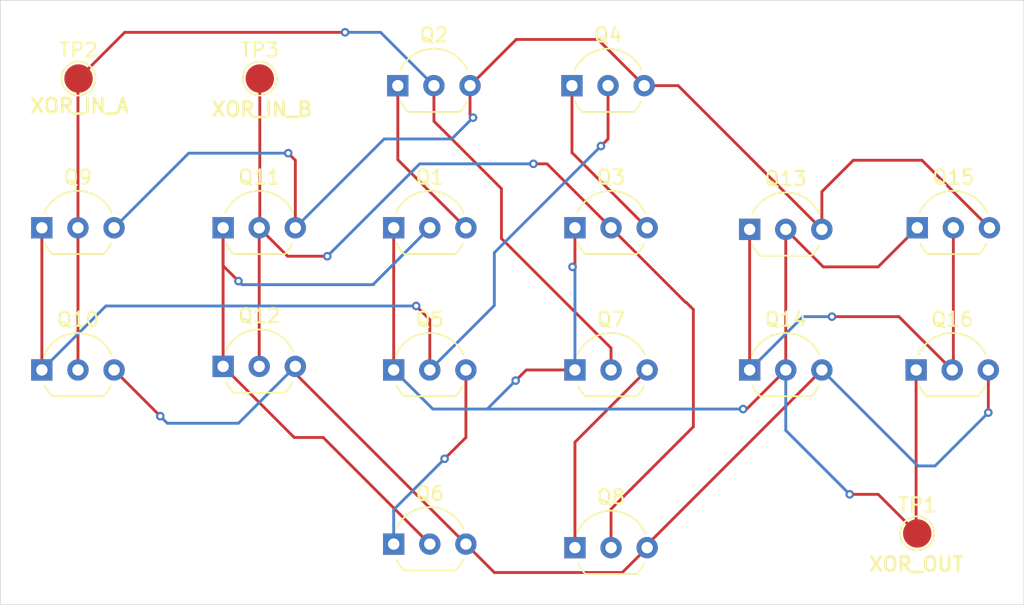
<source format=kicad_pcb>
(kicad_pcb (version 20241229) (generator "pcbnew") (generator_version "9.0")
  (layers (0 "F.Cu" signal) (2 "B.Cu" signal) (13 "F.Paste" user) (15 "B.Paste" user) (5 "F.SilkS" user "F.Silkscreen") (7 "B.SilkS" user "B.Silkscreen") (1 "F.Mask" user) (3 "B.Mask" user) (25 "Edge.Cuts" user))
  (net 0 "")
  (net 1 "/XOR_OUT")
  (net 2 "Net-(Q1-G)")
  (net 3 "Net-(Q1-S)")
  (net 4 "/XOR_IN_A")
  (net 5 "VCC")
  (net 6 "Net-(Q3-S)")
  (net 7 "/XOR_IN_B")
  (net 8 "Net-(Q10-D)")
  (net 9 "Net-(Q5-S)")
  (net 10 "GND")
  (net 11 "Net-(Q7-S)")
  (net 12 "Net-(Q13-D)")
  (footprint "Package_TO_SOT_THT:TO-92_Inline_Wide" (layer "F.Cu") (at 125.92 77.5)
    (property "Reference" "Q6" (at 2.54 -3.56 0) (layer "F.SilkS"))
    (property "Value" "NMOS")
    (fp_line (start 0.74 1.85) (end 4.34 1.85) (stroke (width 0.12)) (layer "F.SilkS"))
    (fp_arc (start 0.1836 -1.098807) (mid 1.143021 -2.192817) (end 2.54 -2.6) (stroke (width 0.12)) (layer "F.SilkS"))
    (fp_arc (start 0.74 1.85) (mid 0.446097 1.509328) (end 0.215816 1.122795) (stroke (width 0.12)) (layer "F.SilkS"))
    (fp_arc (start 2.54 -2.6) (mid 3.936979 -2.192818) (end 4.8964 -1.098807) (stroke (width 0.12)) (layer "F.SilkS"))
    (fp_arc (start 4.864184 1.122795) (mid 4.633903 1.509328) (end 4.34 1.85) (stroke (width 0.12)) (layer "F.SilkS"))
    (pad "1" thru_hole rect (at 0 0) (size 1.5 1.5) (drill 0.8) (layers "*.Cu" "*.Mask") (net 9 "Net-(Q5-S)"))
    (pad "2" thru_hole circle (at 2.54 0) (size 1.5 1.5) (drill 0.8) (layers "*.Cu" "*.Mask") (net 2 "Net-(Q1-G)"))
    (pad "3" thru_hole circle (at 5.08 0) (size 1.5 1.5) (drill 0.8) (layers "*.Cu" "*.Mask") (net 10 "GND"))
  )
  (footprint "Package_TO_SOT_THT:TO-92_Inline_Wide" (layer "F.Cu") (at 101.17 65.25)
    (property "Reference" "Q10" (at 2.54 -3.56 0) (layer "F.SilkS"))
    (property "Value" "NMOS")
    (fp_line (start 0.74 1.85) (end 4.34 1.85) (stroke (width 0.12)) (layer "F.SilkS"))
    (fp_arc (start 0.1836 -1.098807) (mid 1.143021 -2.192817) (end 2.54 -2.6) (stroke (width 0.12)) (layer "F.SilkS"))
    (fp_arc (start 0.74 1.85) (mid 0.446097 1.509328) (end 0.215816 1.122795) (stroke (width 0.12)) (layer "F.SilkS"))
    (fp_arc (start 2.54 -2.6) (mid 3.936979 -2.192818) (end 4.8964 -1.098807) (stroke (width 0.12)) (layer "F.SilkS"))
    (fp_arc (start 4.864184 1.122795) (mid 4.633903 1.509328) (end 4.34 1.85) (stroke (width 0.12)) (layer "F.SilkS"))
    (pad "1" thru_hole rect (at 0 0) (size 1.5 1.5) (drill 0.8) (layers "*.Cu" "*.Mask") (net 8 "Net-(Q10-D)"))
    (pad "2" thru_hole circle (at 2.54 0) (size 1.5 1.5) (drill 0.8) (layers "*.Cu" "*.Mask") (net 4 "/XOR_IN_A"))
    (pad "3" thru_hole circle (at 5.08 0) (size 1.5 1.5) (drill 0.8) (layers "*.Cu" "*.Mask") (net 10 "GND"))
  )
  (footprint "TestPoint:TestPoint_Pad_D2.0mm" (layer "F.Cu") (at 103.75 44.75)
    (property "Reference" "TP2" (at 0 -1.998 0) (layer "F.SilkS"))
    (property "Value" "XOR_IN_A")
    (fp_circle (center 0 0) (end 0 1.2) (stroke (width 0.12)) (fill no) (layer "F.SilkS"))
    (pad "1" smd circle (at 0 0) (size 2 2) (layers "F.Cu" "F.Mask") (net 4 "/XOR_IN_A"))
  )
  (footprint "Package_TO_SOT_THT:TO-92_Inline_Wide" (layer "F.Cu") (at 162.67 65.25)
    (property "Reference" "Q16" (at 2.54 -3.56 0) (layer "F.SilkS"))
    (property "Value" "NMOS")
    (fp_line (start 0.74 1.85) (end 4.34 1.85) (stroke (width 0.12)) (layer "F.SilkS"))
    (fp_arc (start 0.1836 -1.098807) (mid 1.143021 -2.192817) (end 2.54 -2.6) (stroke (width 0.12)) (layer "F.SilkS"))
    (fp_arc (start 0.74 1.85) (mid 0.446097 1.509328) (end 0.215816 1.122795) (stroke (width 0.12)) (layer "F.SilkS"))
    (fp_arc (start 2.54 -2.6) (mid 3.936979 -2.192818) (end 4.8964 -1.098807) (stroke (width 0.12)) (layer "F.SilkS"))
    (fp_arc (start 4.864184 1.122795) (mid 4.633903 1.509328) (end 4.34 1.85) (stroke (width 0.12)) (layer "F.SilkS"))
    (pad "1" thru_hole rect (at 0 0) (size 1.5 1.5) (drill 0.8) (layers "*.Cu" "*.Mask") (net 1 "/XOR_OUT"))
    (pad "2" thru_hole circle (at 2.54 0) (size 1.5 1.5) (drill 0.8) (layers "*.Cu" "*.Mask") (net 12 "Net-(Q13-D)"))
    (pad "3" thru_hole circle (at 5.08 0) (size 1.5 1.5) (drill 0.8) (layers "*.Cu" "*.Mask") (net 10 "GND"))
  )
  (footprint "TestPoint:TestPoint_Pad_D2.0mm" (layer "F.Cu") (at 162.75 76.75)
    (property "Reference" "TP1" (at 0 -1.998 0) (layer "F.SilkS"))
    (property "Value" "XOR_OUT")
    (fp_circle (center 0 0) (end 0 1.2) (stroke (width 0.12)) (fill no) (layer "F.SilkS"))
    (pad "1" smd circle (at 0 0) (size 2 2) (layers "F.Cu" "F.Mask") (net 1 "/XOR_OUT"))
  )
  (footprint "Package_TO_SOT_THT:TO-92_Inline_Wide" (layer "F.Cu") (at 150.96 65.25)
    (property "Reference" "Q14" (at 2.54 -3.56 0) (layer "F.SilkS"))
    (property "Value" "NMOS")
    (fp_line (start 0.74 1.85) (end 4.34 1.85) (stroke (width 0.12)) (layer "F.SilkS"))
    (fp_arc (start 0.1836 -1.098807) (mid 1.143021 -2.192817) (end 2.54 -2.6) (stroke (width 0.12)) (layer "F.SilkS"))
    (fp_arc (start 0.74 1.85) (mid 0.446097 1.509328) (end 0.215816 1.122795) (stroke (width 0.12)) (layer "F.SilkS"))
    (fp_arc (start 2.54 -2.6) (mid 3.936979 -2.192818) (end 4.8964 -1.098807) (stroke (width 0.12)) (layer "F.SilkS"))
    (fp_arc (start 4.864184 1.122795) (mid 4.633903 1.509328) (end 4.34 1.85) (stroke (width 0.12)) (layer "F.SilkS"))
    (pad "1" thru_hole rect (at 0 0) (size 1.5 1.5) (drill 0.8) (layers "*.Cu" "*.Mask") (net 12 "Net-(Q13-D)"))
    (pad "2" thru_hole circle (at 2.54 0) (size 1.5 1.5) (drill 0.8) (layers "*.Cu" "*.Mask") (net 1 "/XOR_OUT"))
    (pad "3" thru_hole circle (at 5.08 0) (size 1.5 1.5) (drill 0.8) (layers "*.Cu" "*.Mask") (net 10 "GND"))
  )
  (footprint "Package_TO_SOT_THT:TO-92_Inline_Wide" (layer "F.Cu") (at 150.96 55.36)
    (property "Reference" "Q13" (at 2.54 -3.56 0) (layer "F.SilkS"))
    (property "Value" "PMOS")
    (fp_line (start 0.74 1.85) (end 4.34 1.85) (stroke (width 0.12)) (layer "F.SilkS"))
    (fp_arc (start 0.1836 -1.098807) (mid 1.143021 -2.192817) (end 2.54 -2.6) (stroke (width 0.12)) (layer "F.SilkS"))
    (fp_arc (start 0.74 1.85) (mid 0.446097 1.509328) (end 0.215816 1.122795) (stroke (width 0.12)) (layer "F.SilkS"))
    (fp_arc (start 2.54 -2.6) (mid 3.936979 -2.192818) (end 4.8964 -1.098807) (stroke (width 0.12)) (layer "F.SilkS"))
    (fp_arc (start 4.864184 1.122795) (mid 4.633903 1.509328) (end 4.34 1.85) (stroke (width 0.12)) (layer "F.SilkS"))
    (pad "1" thru_hole rect (at 0 0) (size 1.5 1.5) (drill 0.8) (layers "*.Cu" "*.Mask") (net 12 "Net-(Q13-D)"))
    (pad "2" thru_hole circle (at 2.54 0) (size 1.5 1.5) (drill 0.8) (layers "*.Cu" "*.Mask") (net 1 "/XOR_OUT"))
    (pad "3" thru_hole circle (at 5.08 0) (size 1.5 1.5) (drill 0.8) (layers "*.Cu" "*.Mask") (net 5 "VCC"))
  )
  (footprint "Package_TO_SOT_THT:TO-92_Inline_Wide" (layer "F.Cu") (at 162.75 55.25)
    (property "Reference" "Q15" (at 2.54 -3.56 0) (layer "F.SilkS"))
    (property "Value" "PMOS")
    (fp_line (start 0.74 1.85) (end 4.34 1.85) (stroke (width 0.12)) (layer "F.SilkS"))
    (fp_arc (start 0.1836 -1.098807) (mid 1.143021 -2.192817) (end 2.54 -2.6) (stroke (width 0.12)) (layer "F.SilkS"))
    (fp_arc (start 0.74 1.85) (mid 0.446097 1.509328) (end 0.215816 1.122795) (stroke (width 0.12)) (layer "F.SilkS"))
    (fp_arc (start 2.54 -2.6) (mid 3.936979 -2.192818) (end 4.8964 -1.098807) (stroke (width 0.12)) (layer "F.SilkS"))
    (fp_arc (start 4.864184 1.122795) (mid 4.633903 1.509328) (end 4.34 1.85) (stroke (width 0.12)) (layer "F.SilkS"))
    (pad "1" thru_hole rect (at 0 0) (size 1.5 1.5) (drill 0.8) (layers "*.Cu" "*.Mask") (net 1 "/XOR_OUT"))
    (pad "2" thru_hole circle (at 2.54 0) (size 1.5 1.5) (drill 0.8) (layers "*.Cu" "*.Mask") (net 12 "Net-(Q13-D)"))
    (pad "3" thru_hole circle (at 5.08 0) (size 1.5 1.5) (drill 0.8) (layers "*.Cu" "*.Mask") (net 5 "VCC"))
  )
  (footprint "Package_TO_SOT_THT:TO-92_Inline_Wide" (layer "F.Cu") (at 125.92 55.25)
    (property "Reference" "Q1" (at 2.54 -3.56 0) (layer "F.SilkS"))
    (property "Value" "PMOS")
    (fp_line (start 0.74 1.85) (end 4.34 1.85) (stroke (width 0.12)) (layer "F.SilkS"))
    (fp_arc (start 0.1836 -1.098807) (mid 1.143021 -2.192817) (end 2.54 -2.6) (stroke (width 0.12)) (layer "F.SilkS"))
    (fp_arc (start 0.74 1.85) (mid 0.446097 1.509328) (end 0.215816 1.122795) (stroke (width 0.12)) (layer "F.SilkS"))
    (fp_arc (start 2.54 -2.6) (mid 3.936979 -2.192818) (end 4.8964 -1.098807) (stroke (width 0.12)) (layer "F.SilkS"))
    (fp_arc (start 4.864184 1.122795) (mid 4.633903 1.509328) (end 4.34 1.85) (stroke (width 0.12)) (layer "F.SilkS"))
    (pad "1" thru_hole rect (at 0 0) (size 1.5 1.5) (drill 0.8) (layers "*.Cu" "*.Mask") (net 1 "/XOR_OUT"))
    (pad "2" thru_hole circle (at 2.54 0) (size 1.5 1.5) (drill 0.8) (layers "*.Cu" "*.Mask") (net 2 "Net-(Q1-G)"))
    (pad "3" thru_hole circle (at 5.08 0) (size 1.5 1.5) (drill 0.8) (layers "*.Cu" "*.Mask") (net 3 "Net-(Q1-S)"))
  )
  (footprint "Package_TO_SOT_THT:TO-92_Inline_Wide" (layer "F.Cu") (at 138.46 45.25)
    (property "Reference" "Q4" (at 2.54 -3.56 0) (layer "F.SilkS"))
    (property "Value" "PMOS")
    (fp_line (start 0.74 1.85) (end 4.34 1.85) (stroke (width 0.12)) (layer "F.SilkS"))
    (fp_arc (start 0.1836 -1.098807) (mid 1.143021 -2.192817) (end 2.54 -2.6) (stroke (width 0.12)) (layer "F.SilkS"))
    (fp_arc (start 0.74 1.85) (mid 0.446097 1.509328) (end 0.215816 1.122795) (stroke (width 0.12)) (layer "F.SilkS"))
    (fp_arc (start 2.54 -2.6) (mid 3.936979 -2.192818) (end 4.8964 -1.098807) (stroke (width 0.12)) (layer "F.SilkS"))
    (fp_arc (start 4.864184 1.122795) (mid 4.633903 1.509328) (end 4.34 1.85) (stroke (width 0.12)) (layer "F.SilkS"))
    (pad "1" thru_hole rect (at 0 0) (size 1.5 1.5) (drill 0.8) (layers "*.Cu" "*.Mask") (net 6 "Net-(Q3-S)"))
    (pad "2" thru_hole circle (at 2.54 0) (size 1.5 1.5) (drill 0.8) (layers "*.Cu" "*.Mask") (net 8 "Net-(Q10-D)"))
    (pad "3" thru_hole circle (at 5.08 0) (size 1.5 1.5) (drill 0.8) (layers "*.Cu" "*.Mask") (net 5 "VCC"))
  )
  (footprint "Package_TO_SOT_THT:TO-92_Inline_Wide" (layer "F.Cu") (at 113.92 65)
    (property "Reference" "Q12" (at 2.54 -3.56 0) (layer "F.SilkS"))
    (property "Value" "NMOS")
    (fp_line (start 0.74 1.85) (end 4.34 1.85) (stroke (width 0.12)) (layer "F.SilkS"))
    (fp_arc (start 0.1836 -1.098807) (mid 1.143021 -2.192817) (end 2.54 -2.6) (stroke (width 0.12)) (layer "F.SilkS"))
    (fp_arc (start 0.74 1.85) (mid 0.446097 1.509328) (end 0.215816 1.122795) (stroke (width 0.12)) (layer "F.SilkS"))
    (fp_arc (start 2.54 -2.6) (mid 3.936979 -2.192818) (end 4.8964 -1.098807) (stroke (width 0.12)) (layer "F.SilkS"))
    (fp_arc (start 4.864184 1.122795) (mid 4.633903 1.509328) (end 4.34 1.85) (stroke (width 0.12)) (layer "F.SilkS"))
    (pad "1" thru_hole rect (at 0 0) (size 1.5 1.5) (drill 0.8) (layers "*.Cu" "*.Mask") (net 2 "Net-(Q1-G)"))
    (pad "2" thru_hole circle (at 2.54 0) (size 1.5 1.5) (drill 0.8) (layers "*.Cu" "*.Mask") (net 7 "/XOR_IN_B"))
    (pad "3" thru_hole circle (at 5.08 0) (size 1.5 1.5) (drill 0.8) (layers "*.Cu" "*.Mask") (net 10 "GND"))
  )
  (footprint "Package_TO_SOT_THT:TO-92_Inline_Wide" (layer "F.Cu") (at 138.67 65.25)
    (property "Reference" "Q7" (at 2.54 -3.56 0) (layer "F.SilkS"))
    (property "Value" "NMOS")
    (fp_line (start 0.74 1.85) (end 4.34 1.85) (stroke (width 0.12)) (layer "F.SilkS"))
    (fp_arc (start 0.1836 -1.098807) (mid 1.143021 -2.192817) (end 2.54 -2.6) (stroke (width 0.12)) (layer "F.SilkS"))
    (fp_arc (start 0.74 1.85) (mid 0.446097 1.509328) (end 0.215816 1.122795) (stroke (width 0.12)) (layer "F.SilkS"))
    (fp_arc (start 2.54 -2.6) (mid 3.936979 -2.192818) (end 4.8964 -1.098807) (stroke (width 0.12)) (layer "F.SilkS"))
    (fp_arc (start 4.864184 1.122795) (mid 4.633903 1.509328) (end 4.34 1.85) (stroke (width 0.12)) (layer "F.SilkS"))
    (pad "1" thru_hole rect (at 0 0) (size 1.5 1.5) (drill 0.8) (layers "*.Cu" "*.Mask") (net 1 "/XOR_OUT"))
    (pad "2" thru_hole circle (at 2.54 0) (size 1.5 1.5) (drill 0.8) (layers "*.Cu" "*.Mask") (net 4 "/XOR_IN_A"))
    (pad "3" thru_hole circle (at 5.08 0) (size 1.5 1.5) (drill 0.8) (layers "*.Cu" "*.Mask") (net 11 "Net-(Q7-S)"))
  )
  (footprint "Package_TO_SOT_THT:TO-92_Inline_Wide" (layer "F.Cu") (at 125.92 65.25)
    (property "Reference" "Q5" (at 2.54 -3.56 0) (layer "F.SilkS"))
    (property "Value" "NMOS")
    (fp_line (start 0.74 1.85) (end 4.34 1.85) (stroke (width 0.12)) (layer "F.SilkS"))
    (fp_arc (start 0.1836 -1.098807) (mid 1.143021 -2.192817) (end 2.54 -2.6) (stroke (width 0.12)) (layer "F.SilkS"))
    (fp_arc (start 0.74 1.85) (mid 0.446097 1.509328) (end 0.215816 1.122795) (stroke (width 0.12)) (layer "F.SilkS"))
    (fp_arc (start 2.54 -2.6) (mid 3.936979 -2.192818) (end 4.8964 -1.098807) (stroke (width 0.12)) (layer "F.SilkS"))
    (fp_arc (start 4.864184 1.122795) (mid 4.633903 1.509328) (end 4.34 1.85) (stroke (width 0.12)) (layer "F.SilkS"))
    (pad "1" thru_hole rect (at 0 0) (size 1.5 1.5) (drill 0.8) (layers "*.Cu" "*.Mask") (net 1 "/XOR_OUT"))
    (pad "2" thru_hole circle (at 2.54 0) (size 1.5 1.5) (drill 0.8) (layers "*.Cu" "*.Mask") (net 8 "Net-(Q10-D)"))
    (pad "3" thru_hole circle (at 5.08 0) (size 1.5 1.5) (drill 0.8) (layers "*.Cu" "*.Mask") (net 9 "Net-(Q5-S)"))
  )
  (footprint "Package_TO_SOT_THT:TO-92_Inline_Wide" (layer "F.Cu") (at 126.21 45.25)
    (property "Reference" "Q2" (at 2.54 -3.56 0) (layer "F.SilkS"))
    (property "Value" "PMOS")
    (fp_line (start 0.74 1.85) (end 4.34 1.85) (stroke (width 0.12)) (layer "F.SilkS"))
    (fp_arc (start 0.1836 -1.098807) (mid 1.143021 -2.192817) (end 2.54 -2.6) (stroke (width 0.12)) (layer "F.SilkS"))
    (fp_arc (start 0.74 1.85) (mid 0.446097 1.509328) (end 0.215816 1.122795) (stroke (width 0.12)) (layer "F.SilkS"))
    (fp_arc (start 2.54 -2.6) (mid 3.936979 -2.192818) (end 4.8964 -1.098807) (stroke (width 0.12)) (layer "F.SilkS"))
    (fp_arc (start 4.864184 1.122795) (mid 4.633903 1.509328) (end 4.34 1.85) (stroke (width 0.12)) (layer "F.SilkS"))
    (pad "1" thru_hole rect (at 0 0) (size 1.5 1.5) (drill 0.8) (layers "*.Cu" "*.Mask") (net 3 "Net-(Q1-S)"))
    (pad "2" thru_hole circle (at 2.54 0) (size 1.5 1.5) (drill 0.8) (layers "*.Cu" "*.Mask") (net 4 "/XOR_IN_A"))
    (pad "3" thru_hole circle (at 5.08 0) (size 1.5 1.5) (drill 0.8) (layers "*.Cu" "*.Mask") (net 5 "VCC"))
  )
  (footprint "Package_TO_SOT_THT:TO-92_Inline_Wide" (layer "F.Cu") (at 138.67 77.75)
    (property "Reference" "Q8" (at 2.54 -3.56 0) (layer "F.SilkS"))
    (property "Value" "NMOS")
    (fp_line (start 0.74 1.85) (end 4.34 1.85) (stroke (width 0.12)) (layer "F.SilkS"))
    (fp_arc (start 0.1836 -1.098807) (mid 1.143021 -2.192817) (end 2.54 -2.6) (stroke (width 0.12)) (layer "F.SilkS"))
    (fp_arc (start 0.74 1.85) (mid 0.446097 1.509328) (end 0.215816 1.122795) (stroke (width 0.12)) (layer "F.SilkS"))
    (fp_arc (start 2.54 -2.6) (mid 3.936979 -2.192818) (end 4.8964 -1.098807) (stroke (width 0.12)) (layer "F.SilkS"))
    (fp_arc (start 4.864184 1.122795) (mid 4.633903 1.509328) (end 4.34 1.85) (stroke (width 0.12)) (layer "F.SilkS"))
    (pad "1" thru_hole rect (at 0 0) (size 1.5 1.5) (drill 0.8) (layers "*.Cu" "*.Mask") (net 11 "Net-(Q7-S)"))
    (pad "2" thru_hole circle (at 2.54 0) (size 1.5 1.5) (drill 0.8) (layers "*.Cu" "*.Mask") (net 7 "/XOR_IN_B"))
    (pad "3" thru_hole circle (at 5.08 0) (size 1.5 1.5) (drill 0.8) (layers "*.Cu" "*.Mask") (net 10 "GND"))
  )
  (footprint "Package_TO_SOT_THT:TO-92_Inline_Wide" (layer "F.Cu") (at 113.92 55.25)
    (property "Reference" "Q11" (at 2.54 -3.56 0) (layer "F.SilkS"))
    (property "Value" "PMOS")
    (fp_line (start 0.74 1.85) (end 4.34 1.85) (stroke (width 0.12)) (layer "F.SilkS"))
    (fp_arc (start 0.1836 -1.098807) (mid 1.143021 -2.192817) (end 2.54 -2.6) (stroke (width 0.12)) (layer "F.SilkS"))
    (fp_arc (start 0.74 1.85) (mid 0.446097 1.509328) (end 0.215816 1.122795) (stroke (width 0.12)) (layer "F.SilkS"))
    (fp_arc (start 2.54 -2.6) (mid 3.936979 -2.192818) (end 4.8964 -1.098807) (stroke (width 0.12)) (layer "F.SilkS"))
    (fp_arc (start 4.864184 1.122795) (mid 4.633903 1.509328) (end 4.34 1.85) (stroke (width 0.12)) (layer "F.SilkS"))
    (pad "1" thru_hole rect (at 0 0) (size 1.5 1.5) (drill 0.8) (layers "*.Cu" "*.Mask") (net 2 "Net-(Q1-G)"))
    (pad "2" thru_hole circle (at 2.54 0) (size 1.5 1.5) (drill 0.8) (layers "*.Cu" "*.Mask") (net 7 "/XOR_IN_B"))
    (pad "3" thru_hole circle (at 5.08 0) (size 1.5 1.5) (drill 0.8) (layers "*.Cu" "*.Mask") (net 5 "VCC"))
  )
  (footprint "Package_TO_SOT_THT:TO-92_Inline_Wide" (layer "F.Cu") (at 138.67 55.25)
    (property "Reference" "Q3" (at 2.54 -3.56 0) (layer "F.SilkS"))
    (property "Value" "PMOS")
    (fp_line (start 0.74 1.85) (end 4.34 1.85) (stroke (width 0.12)) (layer "F.SilkS"))
    (fp_arc (start 0.1836 -1.098807) (mid 1.143021 -2.192817) (end 2.54 -2.6) (stroke (width 0.12)) (layer "F.SilkS"))
    (fp_arc (start 0.74 1.85) (mid 0.446097 1.509328) (end 0.215816 1.122795) (stroke (width 0.12)) (layer "F.SilkS"))
    (fp_arc (start 2.54 -2.6) (mid 3.936979 -2.192818) (end 4.8964 -1.098807) (stroke (width 0.12)) (layer "F.SilkS"))
    (fp_arc (start 4.864184 1.122795) (mid 4.633903 1.509328) (end 4.34 1.85) (stroke (width 0.12)) (layer "F.SilkS"))
    (pad "1" thru_hole rect (at 0 0) (size 1.5 1.5) (drill 0.8) (layers "*.Cu" "*.Mask") (net 1 "/XOR_OUT"))
    (pad "2" thru_hole circle (at 2.54 0) (size 1.5 1.5) (drill 0.8) (layers "*.Cu" "*.Mask") (net 7 "/XOR_IN_B"))
    (pad "3" thru_hole circle (at 5.08 0) (size 1.5 1.5) (drill 0.8) (layers "*.Cu" "*.Mask") (net 6 "Net-(Q3-S)"))
  )
  (footprint "Package_TO_SOT_THT:TO-92_Inline_Wide" (layer "F.Cu") (at 101.17 55.25)
    (property "Reference" "Q9" (at 2.54 -3.56 0) (layer "F.SilkS"))
    (property "Value" "PMOS")
    (fp_line (start 0.74 1.85) (end 4.34 1.85) (stroke (width 0.12)) (layer "F.SilkS"))
    (fp_arc (start 0.1836 -1.098807) (mid 1.143021 -2.192817) (end 2.54 -2.6) (stroke (width 0.12)) (layer "F.SilkS"))
    (fp_arc (start 0.74 1.85) (mid 0.446097 1.509328) (end 0.215816 1.122795) (stroke (width 0.12)) (layer "F.SilkS"))
    (fp_arc (start 2.54 -2.6) (mid 3.936979 -2.192818) (end 4.8964 -1.098807) (stroke (width 0.12)) (layer "F.SilkS"))
    (fp_arc (start 4.864184 1.122795) (mid 4.633903 1.509328) (end 4.34 1.85) (stroke (width 0.12)) (layer "F.SilkS"))
    (pad "1" thru_hole rect (at 0 0) (size 1.5 1.5) (drill 0.8) (layers "*.Cu" "*.Mask") (net 8 "Net-(Q10-D)"))
    (pad "2" thru_hole circle (at 2.54 0) (size 1.5 1.5) (drill 0.8) (layers "*.Cu" "*.Mask") (net 4 "/XOR_IN_A"))
    (pad "3" thru_hole circle (at 5.08 0) (size 1.5 1.5) (drill 0.8) (layers "*.Cu" "*.Mask") (net 5 "VCC"))
  )
  (footprint "TestPoint:TestPoint_Pad_D2.0mm" (layer "F.Cu") (at 116.5 44.75)
    (property "Reference" "TP3" (at 0 -1.998 0) (layer "F.SilkS"))
    (property "Value" "XOR_IN_B")
    (fp_circle (center 0 0) (end 0 1.2) (stroke (width 0.12)) (fill no) (layer "F.SilkS"))
    (pad "1" smd circle (at 0 0) (size 2 2) (layers "F.Cu" "F.Mask") (net 7 "/XOR_IN_B"))
  )
  (gr_rect (start 98.25 39.25) (end 170.25 81.75) (stroke (width 0.05)) (fill no) (layer "Edge.Cuts"))
  (gr_text "XOR_OUT" (at 159.25 79.5 0) (layer "F.SilkS") (effects (font (size 1 1) (thickness 0.1875)) (justify left bottom)))
  (gr_text "XOR_IN_A" (at 100.25 47.25 0) (layer "F.SilkS") (effects (font (size 1 1) (thickness 0.1875)) (justify left bottom)))
  (gr_text "XOR_IN_B" (at 113 47.5 0) (layer "F.SilkS") (effects (font (size 1 1) (thickness 0.1875)) (justify left bottom)))
  (segment (start 162.75 76.75) (end 160 74) (width 0.2) (layer "F.Cu") (net 1))
  (segment (start 125.92 65.25) (end 125.92 55.25) (width 0.2) (layer "F.Cu") (net 1))
  (segment (start 153.5 65.25) (end 150.75 68) (width 0.2) (layer "F.Cu") (net 1))
  (segment (start 156.14 58) (end 153.5 55.36) (width 0.2) (layer "F.Cu") (net 1))
  (segment (start 138.67 57.83) (end 138.5 58) (width 0.2) (layer "F.Cu") (net 1))
  (segment (start 150.75 68) (end 150.5 68) (width 0.2) (layer "F.Cu") (net 1))
  (segment (start 162.67 65.25) (end 162.67 76.67) (width 0.2) (layer "F.Cu") (net 1))
  (segment (start 160 74) (end 158 74) (width 0.2) (layer "F.Cu") (net 1))
  (segment (start 153.5 55.36) (end 153.5 65.25) (width 0.2) (layer "F.Cu") (net 1))
  (segment (start 138.67 65.25) (end 135.25 65.25) (width 0.2) (layer "F.Cu") (net 1))
  (segment (start 162.75 55.25) (end 160 58) (width 0.2) (layer "F.Cu") (net 1))
  (segment (start 160 58) (end 156.14 58) (width 0.2) (layer "F.Cu") (net 1))
  (segment (start 135.25 65.25) (end 134.5 66) (width 0.2) (layer "F.Cu") (net 1))
  (segment (start 138.67 55.25) (end 138.67 57.83) (width 0.2) (layer "F.Cu") (net 1))
  (segment (start 162.67 76.67) (end 162.75 76.75) (width 0.2) (layer "F.Cu") (net 1))
  (via (at 158 74) (size 0.6) (drill 0.3) (layers "F.Cu" "B.Cu") (net 1))
  (via (at 134.5 66) (size 0.6) (drill 0.3) (layers "F.Cu" "B.Cu") (net 1))
  (via (at 138.5 58) (size 0.6) (drill 0.3) (layers "F.Cu" "B.Cu") (net 1))
  (via (at 150.5 68) (size 0.6) (drill 0.3) (layers "F.Cu" "B.Cu") (net 1))
  (segment (start 134.5 66) (end 132.5 68) (width 0.2) (layer "B.Cu") (net 1))
  (segment (start 158 74) (end 153.5 69.5) (width 0.2) (layer "B.Cu") (net 1))
  (segment (start 153.5 69.5) (end 153.5 65.25) (width 0.2) (layer "B.Cu") (net 1))
  (segment (start 132.5 68) (end 128.67 68) (width 0.2) (layer "B.Cu") (net 1))
  (segment (start 138.67 58.17) (end 138.67 65.25) (width 0.2) (layer "B.Cu") (net 1))
  (segment (start 150.5 68) (end 132.5 68) (width 0.2) (layer "B.Cu") (net 1))
  (segment (start 138.5 58) (end 138.67 58.17) (width 0.2) (layer "B.Cu") (net 1))
  (segment (start 128.67 68) (end 125.92 65.25) (width 0.2) (layer "B.Cu") (net 1))
  (segment (start 118.92 70) (end 113.92 65) (width 0.2) (layer "F.Cu") (net 2))
  (segment (start 113.92 55.25) (end 113.92 57.92) (width 0.2) (layer "F.Cu") (net 2))
  (segment (start 120.96 70) (end 118.92 70) (width 0.2) (layer "F.Cu") (net 2))
  (segment (start 113.92 57.92) (end 115 59) (width 0.2) (layer "F.Cu") (net 2))
  (segment (start 128.46 77.5) (end 120.96 70) (width 0.2) (layer "F.Cu") (net 2))
  (segment (start 113.92 55.25) (end 113.92 65) (width 0.2) (layer "F.Cu") (net 2))
  (via (at 115 59) (size 0.6) (drill 0.3) (layers "F.Cu" "B.Cu") (net 2))
  (segment (start 124.5 59.25) (end 124.5 59.21) (width 0.2) (layer "B.Cu") (net 2))
  (segment (start 124.5 59.21) (end 128.46 55.25) (width 0.2) (layer "B.Cu") (net 2))
  (segment (start 115.25 59.25) (end 124.5 59.25) (width 0.2) (layer "B.Cu") (net 2))
  (segment (start 115 59) (end 115.25 59.25) (width 0.2) (layer "B.Cu") (net 2))
  (segment (start 126.21 45.25) (end 126.21 50.46) (width 0.2) (layer "F.Cu") (net 3))
  (segment (start 126.21 50.46) (end 131 55.25) (width 0.2) (layer "F.Cu") (net 3))
  (segment (start 128.75 45.25) (end 128.75 47.75) (width 0.2) (layer "F.Cu") (net 4))
  (segment (start 107 41.5) (end 122.5 41.5) (width 0.2) (layer "F.Cu") (net 4))
  (segment (start 103.71 44.79) (end 103.75 44.75) (width 0.2) (layer "F.Cu") (net 4))
  (segment (start 133.5 56) (end 141.21 63.71) (width 0.2) (layer "F.Cu") (net 4))
  (segment (start 103.71 55.25) (end 103.71 44.79) (width 0.2) (layer "F.Cu") (net 4))
  (segment (start 128.75 47.75) (end 133.5 52.5) (width 0.2) (layer "F.Cu") (net 4))
  (segment (start 133.5 52.5) (end 133.5 56) (width 0.2) (layer "F.Cu") (net 4))
  (segment (start 103.71 65.25) (end 103.71 55.25) (width 0.2) (layer "F.Cu") (net 4))
  (segment (start 103.75 44.75) (end 107 41.5) (width 0.2) (layer "F.Cu") (net 4))
  (segment (start 141.21 63.71) (end 141.21 65.25) (width 0.2) (layer "F.Cu") (net 4))
  (via (at 122.5 41.5) (size 0.6) (drill 0.3) (layers "F.Cu" "B.Cu") (net 4))
  (segment (start 122.5 41.5) (end 125 41.5) (width 0.2) (layer "B.Cu") (net 4))
  (segment (start 125 41.5) (end 128.75 45.25) (width 0.2) (layer "B.Cu") (net 4))
  (segment (start 119 50.5) (end 118.5 50) (width 0.2) (layer "F.Cu") (net 5))
  (segment (start 158.25 50.5) (end 163.08 50.5) (width 0.2) (layer "F.Cu") (net 5))
  (segment (start 140.29 42) (end 143.54 45.25) (width 0.2) (layer "F.Cu") (net 5))
  (segment (start 131.29 47.29) (end 131.5 47.5) (width 0.2) (layer "F.Cu") (net 5))
  (segment (start 163.08 50.5) (end 167.83 55.25) (width 0.2) (layer "F.Cu") (net 5))
  (segment (start 143.54 45.25) (end 145.93 45.25) (width 0.2) (layer "F.Cu") (net 5))
  (segment (start 156.04 52.71) (end 158.25 50.5) (width 0.2) (layer "F.Cu") (net 5))
  (segment (start 119 55.25) (end 119 50.5) (width 0.2) (layer "F.Cu") (net 5))
  (segment (start 145.93 45.25) (end 156.04 55.36) (width 0.2) (layer "F.Cu") (net 5))
  (segment (start 156.04 55.36) (end 156.04 52.71) (width 0.2) (layer "F.Cu") (net 5))
  (segment (start 131.29 45.25) (end 131.29 47.29) (width 0.2) (layer "F.Cu") (net 5))
  (segment (start 134.54 42) (end 140.29 42) (width 0.2) (layer "F.Cu") (net 5))
  (segment (start 131.29 45.25) (end 134.54 42) (width 0.2) (layer "F.Cu") (net 5))
  (via (at 118.5 50) (size 0.6) (drill 0.3) (layers "F.Cu" "B.Cu") (net 5))
  (via (at 131.5 47.5) (size 0.6) (drill 0.3) (layers "F.Cu" "B.Cu") (net 5))
  (segment (start 131.5 47.5) (end 130 49) (width 0.2) (layer "B.Cu") (net 5))
  (segment (start 130 49) (end 125.25 49) (width 0.2) (layer "B.Cu") (net 5))
  (segment (start 118.5 50) (end 111.5 50) (width 0.2) (layer "B.Cu") (net 5))
  (segment (start 125.25 49) (end 119 55.25) (width 0.2) (layer "B.Cu") (net 5))
  (segment (start 111.5 50) (end 106.25 55.25) (width 0.2) (layer "B.Cu") (net 5))
  (segment (start 138.46 49.96) (end 143.75 55.25) (width 0.2) (layer "F.Cu") (net 6))
  (segment (start 138.46 45.25) (end 138.46 49.96) (width 0.2) (layer "F.Cu") (net 6))
  (segment (start 146.5 60.5) (end 146.46 60.5) (width 0.2) (layer "F.Cu") (net 7))
  (segment (start 116.5 55.21) (end 116.46 55.25) (width 0.2) (layer "F.Cu") (net 7))
  (segment (start 118.46 57.25) (end 121.25 57.25) (width 0.2) (layer "F.Cu") (net 7))
  (segment (start 147 69.25) (end 147 61) (width 0.2) (layer "F.Cu") (net 7))
  (segment (start 136.71 50.75) (end 141.21 55.25) (width 0.2) (layer "F.Cu") (net 7))
  (segment (start 116.46 65) (end 116.46 55.25) (width 0.2) (layer "F.Cu") (net 7))
  (segment (start 141.21 77.75) (end 141.21 75.04) (width 0.2) (layer "F.Cu") (net 7))
  (segment (start 135.75 50.75) (end 136.71 50.75) (width 0.2) (layer "F.Cu") (net 7))
  (segment (start 116.5 44.75) (end 116.5 55.21) (width 0.2) (layer "F.Cu") (net 7))
  (segment (start 116.46 55.25) (end 118.46 57.25) (width 0.2) (layer "F.Cu") (net 7))
  (segment (start 146.46 60.5) (end 141.21 55.25) (width 0.2) (layer "F.Cu") (net 7))
  (segment (start 141.21 75.04) (end 147 69.25) (width 0.2) (layer "F.Cu") (net 7))
  (segment (start 147 61) (end 146.5 60.5) (width 0.2) (layer "F.Cu") (net 7))
  (via (at 135.75 50.75) (size 0.6) (drill 0.3) (layers "F.Cu" "B.Cu") (net 7))
  (via (at 121.25 57.25) (size 0.6) (drill 0.3) (layers "F.Cu" "B.Cu") (net 7))
  (segment (start 121.25 57.25) (end 127.75 50.75) (width 0.2) (layer "B.Cu") (net 7))
  (segment (start 127.75 50.75) (end 135.75 50.75) (width 0.2) (layer "B.Cu") (net 7))
  (segment (start 101.17 55.25) (end 101.17 65.25) (width 0.2) (layer "F.Cu") (net 8))
  (segment (start 141 49) (end 140.5 49.5) (width 0.2) (layer "F.Cu") (net 8))
  (segment (start 128.46 65.25) (end 128.46 61.71) (width 0.2) (layer "F.Cu") (net 8))
  (segment (start 128.46 61.71) (end 127.5 60.75) (width 0.2) (layer "F.Cu") (net 8))
  (segment (start 141 45.25) (end 141 49) (width 0.2) (layer "F.Cu") (net 8))
  (via (at 140.5 49.5) (size 0.6) (drill 0.3) (layers "F.Cu" "B.Cu") (net 8))
  (via (at 127.5 60.75) (size 0.6) (drill 0.3) (layers "F.Cu" "B.Cu") (net 8))
  (segment (start 133 57) (end 133 60.71) (width 0.2) (layer "B.Cu") (net 8))
  (segment (start 140.5 49.5) (end 133 57) (width 0.2) (layer "B.Cu") (net 8))
  (segment (start 127.5 60.75) (end 105.67 60.75) (width 0.2) (layer "B.Cu") (net 8))
  (segment (start 133 60.71) (end 128.46 65.25) (width 0.2) (layer "B.Cu") (net 8))
  (segment (start 105.67 60.75) (end 101.17 65.25) (width 0.2) (layer "B.Cu") (net 8))
  (segment (start 131 65.25) (end 131 70) (width 0.2) (layer "F.Cu") (net 9))
  (segment (start 131 70) (end 129.5 71.5) (width 0.2) (layer "F.Cu") (net 9))
  (via (at 129.5 71.5) (size 0.6) (drill 0.3) (layers "F.Cu" "B.Cu") (net 9))
  (segment (start 125.92 75.08) (end 125.92 77.5) (width 0.2) (layer "B.Cu") (net 9))
  (segment (start 129.5 71.5) (end 125.92 75.08) (width 0.2) (layer "B.Cu") (net 9))
  (segment (start 131 77.5) (end 133 79.5) (width 0.2) (layer "F.Cu") (net 10))
  (segment (start 142 79.5) (end 143.75 77.75) (width 0.2) (layer "F.Cu") (net 10))
  (segment (start 156.04 65.25) (end 143.75 77.54) (width 0.2) (layer "F.Cu") (net 10))
  (segment (start 119 65.5) (end 119 65) (width 0.2) (layer "F.Cu") (net 10))
  (segment (start 167.75 65.25) (end 167.75 68.25) (width 0.2) (layer "F.Cu") (net 10))
  (segment (start 143.75 77.54) (end 143.75 77.75) (width 0.2) (layer "F.Cu") (net 10))
  (segment (start 131 77.5) (end 119 65.5) (width 0.2) (layer "F.Cu") (net 10))
  (segment (start 133 79.5) (end 142 79.5) (width 0.2) (layer "F.Cu") (net 10))
  (segment (start 106.25 65.25) (end 109.5 68.5) (width 0.2) (layer "F.Cu") (net 10))
  (via (at 109.5 68.5) (size 0.6) (drill 0.3) (layers "F.Cu" "B.Cu") (net 10))
  (via (at 167.75 68.25) (size 0.6) (drill 0.3) (layers "F.Cu" "B.Cu") (net 10))
  (segment (start 164 72) (end 162.79 72) (width 0.2) (layer "B.Cu") (net 10))
  (segment (start 156.04 65.25) (end 162.79 72) (width 0.2) (layer "B.Cu") (net 10))
  (segment (start 109.5 68.5) (end 110 69) (width 0.2) (layer "B.Cu") (net 10))
  (segment (start 115 69) (end 119 65) (width 0.2) (layer "B.Cu") (net 10))
  (segment (start 110 69) (end 115 69) (width 0.2) (layer "B.Cu") (net 10))
  (segment (start 167.75 68.25) (end 164 72) (width 0.2) (layer "B.Cu") (net 10))
  (segment (start 138.67 77.75) (end 138.67 70.33) (width 0.2) (layer "F.Cu") (net 11))
  (segment (start 138.67 70.33) (end 143.75 65.25) (width 0.2) (layer "F.Cu") (net 11))
  (segment (start 165.21 65.25) (end 161.46 61.5) (width 0.2) (layer "F.Cu") (net 12))
  (segment (start 165.29 55.25) (end 165.29 65.17) (width 0.2) (layer "F.Cu") (net 12))
  (segment (start 150.96 55.36) (end 150.96 65.25) (width 0.2) (layer "F.Cu") (net 12))
  (segment (start 165.29 65.17) (end 165.21 65.25) (width 0.2) (layer "F.Cu") (net 12))
  (segment (start 161.46 61.5) (end 156.75 61.5) (width 0.2) (layer "F.Cu") (net 12))
  (via (at 156.75 61.5) (size 0.6) (drill 0.3) (layers "F.Cu" "B.Cu") (net 12))
  (segment (start 154.71 61.5) (end 150.96 65.25) (width 0.2) (layer "B.Cu") (net 12))
  (segment (start 156.75 61.5) (end 154.71 61.5) (width 0.2) (layer "B.Cu") (net 12))
)
</source>
